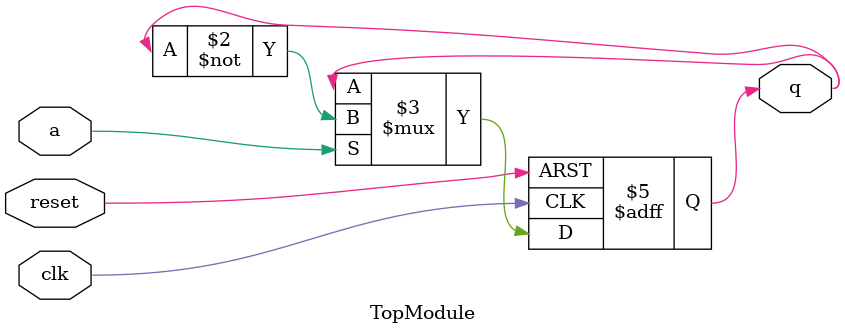
<source format=sv>
module TopModule(
    input logic clk,
    input logic a,
    input logic reset,
    output logic q
);

always_ff @(posedge clk or posedge reset) begin
    if (reset) begin
        q <= 1'b0; // Asynchronous reset to initial state
    end else if (a) begin
        q <= ~q; // Toggle state on positive edge of clk if a is 1
    end
end

endmodule
</source>
